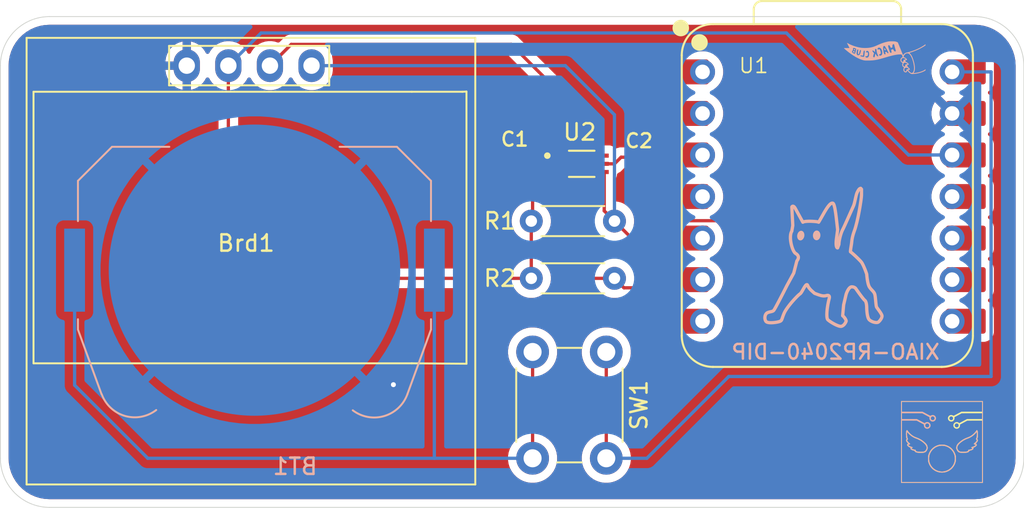
<source format=kicad_pcb>
(kicad_pcb (version 20241229) (generator "pcbnew") (generator_version "9.0")
  (title_block (title "LuminanceMeter PCB") (date "2025-08-02") (rev "V0.1") (company "GB114"))
  (layers (0 "F.Cu" signal) (2 "B.Cu" signal) (13 "F.Paste" user) (15 "B.Paste" user) (5 "F.SilkS" user "F.Silkscreen") (7 "B.SilkS" user "B.Silkscreen") (1 "F.Mask" user) (3 "B.Mask" user) (25 "Edge.Cuts" user))
  (net 0 "")
  (net 1 "GND")
  (net 2 "3V3")
  (net 10 "Battery")
  (net 11 "Net-(BT1-+)")
  (net 12 "Reset")
  (net 14 "SDA")
  (net 15 "SCL")
  (footprint "Hermes-footprints:128x64OLED" (layer "F.Cu") (at 89.5 72.6)
    (property "Reference" "Brd1" (at 0 0.254 0) (layer "F.SilkS"))
    (property "Value" "SSD1306")
    (pad "1" thru_hole oval (at -3.62 -10.6 90) (size 2 1.6) (drill 1) (layers "*.Cu" "*.Mask") (net 1 "GND"))
    (pad "2" thru_hole oval (at -1.08 -10.6 90) (size 2 1.6) (drill 1) (layers "*.Cu" "*.Mask") (net 2 "3V3"))
    (pad "3" thru_hole oval (at 1.46 -10.6 90) (size 2 1.6) (drill 1) (layers "*.Cu" "*.Mask") (net 15 "SCL"))
    (pad "4" thru_hole oval (at 4 -10.6 90) (size 2 1.6) (drill 1) (layers "*.Cu" "*.Mask") (net 14 "SDA"))
  )
  (footprint "Resistor_THT:R_Axial_DIN0204_L3.6mm_D1.6mm_P5.08mm_Horizontal" (layer "F.Cu") (at 112 75 180)
    (property "Reference" "R2" (at 7 0 0) (layer "F.SilkS"))
    (property "Value" "R")
    (pad "1" thru_hole circle (at 0 0 180) (size 1.4 1.4) (drill 0.7) (layers "*.Cu" "*.Mask") (net 15 "SCL"))
    (pad "2" thru_hole circle (at 5.08 0 180) (size 1.4 1.4) (drill 0.7) (layers "*.Cu" "*.Mask") (net 2 "3V3"))
  )
  (footprint "LOGO" (layer "F.Cu") (at 132 85)
    (property "Reference" "G***" (hide yes))
    (property "Value" "LOGO" (hide yes))
  )
  (footprint "Hermes-footprints:XDCR_BH1750FVI-TR" (layer "F.Cu") (at 110 68)
    (property "Reference" "U2" (at -0.125 -1.937485 0) (layer "F.SilkS") (effects (font (size 1.001283 1.001283))))
    (property "Value" "BH1750FVI-TR")
    (pad "1" smd rect (at -1.375 -0.5) (size 0.55 0.25) (layers "F.Cu" "F.Mask" "F.Paste") (net 2 "3V3"))
    (pad "2" smd rect (at -1.375 0) (size 0.55 0.25) (layers "F.Cu" "F.Mask" "F.Paste"))
    (pad "3" smd rect (at -1.375 0.5) (size 0.55 0.25) (layers "F.Cu" "F.Mask" "F.Paste") (net 1 "GND"))
    (pad "4" smd rect (at 1.375 0.5) (size 0.55 0.25) (layers "F.Cu" "F.Mask" "F.Paste") (net 14 "SDA"))
    (pad "5" smd rect (at 1.375 0) (size 0.55 0.25) (layers "F.Cu" "F.Mask" "F.Paste") (net 12 "Reset"))
    (pad "6" smd rect (at 1.375 -0.5) (size 0.55 0.25) (layers "F.Cu" "F.Mask" "F.Paste") (net 15 "SCL"))
  )
  (footprint "Resistor_THT:R_Axial_DIN0204_L3.6mm_D1.6mm_P5.08mm_Horizontal" (layer "F.Cu") (at 112 71.5 180)
    (property "Reference" "R1" (at 7 0 0) (layer "F.SilkS"))
    (property "Value" "R")
    (pad "1" thru_hole circle (at 0 0 180) (size 1.4 1.4) (drill 0.7) (layers "*.Cu" "*.Mask") (net 14 "SDA"))
    (pad "2" thru_hole circle (at 5.08 0 180) (size 1.4 1.4) (drill 0.7) (layers "*.Cu" "*.Mask") (net 2 "3V3"))
  )
  (footprint "Button_Switch_THT:SW_PUSH_6mm" (layer "F.Cu") (at 111.5 79.5 -90)
    (property "Reference" "SW1" (at 3.25 -2 90) (layer "F.SilkS"))
    (property "Value" "SW_Push")
    (pad "1" thru_hole circle (at 0 0) (size 2 2) (drill 1.1) (layers "*.Cu" "*.Mask") (net 10 "Battery"))
    (pad "1" thru_hole circle (at 6.5 0) (size 2 2) (drill 1.1) (layers "*.Cu" "*.Mask") (net 10 "Battery"))
    (pad "2" thru_hole circle (at 0 4.5) (size 2 2) (drill 1.1) (layers "*.Cu" "*.Mask") (net 11 "Net-(BT1-+)"))
    (pad "2" thru_hole circle (at 6.5 4.5) (size 2 2) (drill 1.1) (layers "*.Cu" "*.Mask") (net 11 "Net-(BT1-+)"))
  )
  (footprint "Hermes-footprints:XIAO-RP2040-DIP" (layer "F.Cu") (at 125 70)
    (property "Reference" "U1" (at -4.5 -8 0) (layer "F.SilkS") (effects (font (size 0.9 0.9) (thickness 0.1016))))
    (property "Value" "XIAO-RP2040-DIP")
    (pad "1" smd roundrect (at -8.455 -7.62 180) (size 2.432 1.524) (layers "F.Cu" "F.Mask") (roundrect_rratio 0.1))
    (pad "1" thru_hole circle (at -7.62 -7.62 180) (size 1.524 1.524) (drill 0.889) (layers "*.Cu" "*.Mask"))
    (pad "2" smd roundrect (at -8.455 -5.08 180) (size 2.432 1.524) (layers "F.Cu" "F.Mask") (roundrect_rratio 0.1))
    (pad "2" thru_hole circle (at -7.62 -5.08 180) (size 1.524 1.524) (drill 0.889) (layers "*.Cu" "*.Mask"))
    (pad "3" smd roundrect (at -8.455 -2.54 180) (size 2.432 1.524) (layers "F.Cu" "F.Mask") (roundrect_rratio 0.1))
    (pad "3" thru_hole circle (at -7.62 -2.54 180) (size 1.524 1.524) (drill 0.889) (layers "*.Cu" "*.Mask"))
    (pad "4" smd roundrect (at -8.455 0 180) (size 2.432 1.524) (layers "F.Cu" "F.Mask") (roundrect_rratio 0.1) (net 12 "Reset"))
    (pad "4" thru_hole circle (at -7.62 0 180) (size 1.524 1.524) (drill 0.889) (layers "*.Cu" "*.Mask") (net 12 "Reset"))
    (pad "5" smd roundrect (at -8.455 2.54 180) (size 2.432 1.524) (layers "F.Cu" "F.Mask") (roundrect_rratio 0.1) (net 14 "SDA"))
    (pad "5" thru_hole circle (at -7.62 2.54 180) (size 1.524 1.524) (drill 0.889) (layers "*.Cu" "*.Mask") (net 14 "SDA"))
    (pad "6" smd roundrect (at -8.455 5.08 180) (size 2.432 1.524) (layers "F.Cu" "F.Mask") (roundrect_rratio 0.1) (net 15 "SCL"))
    (pad "6" thru_hole circle (at -7.62 5.08 180) (size 1.524 1.524) (drill 0.889) (layers "*.Cu" "*.Mask") (net 15 "SCL"))
    (pad "7" smd roundrect (at -8.455 7.62 180) (size 2.432 1.524) (layers "F.Cu" "F.Mask") (roundrect_rratio 0.1))
    (pad "7" thru_hole circle (at -7.62 7.62 180) (size 1.524 1.524) (drill 0.889) (layers "*.Cu" "*.Mask"))
    (pad "8" thru_hole circle (at 7.62 7.62) (size 1.524 1.524) (drill 0.889) (layers "*.Cu" "*.Mask"))
    (pad "8" smd roundrect (at 8.455 7.62) (size 2.432 1.524) (layers "F.Cu" "F.Mask") (roundrect_rratio 0.1))
    (pad "9" thru_hole circle (at 7.62 5.08) (size 1.524 1.524) (drill 0.889) (layers "*.Cu" "*.Mask"))
    (pad "9" smd roundrect (at 8.455 5.08) (size 2.432 1.524) (layers "F.Cu" "F.Mask") (roundrect_rratio 0.1))
    (pad "10" thru_hole circle (at 7.62 2.54) (size 1.524 1.524) (drill 0.889) (layers "*.Cu" "*.Mask"))
    (pad "10" smd roundrect (at 8.455 2.54) (size 2.432 1.524) (layers "F.Cu" "F.Mask") (roundrect_rratio 0.1))
    (pad "11" thru_hole circle (at 7.62 0) (size 1.524 1.524) (drill 0.889) (layers "*.Cu" "*.Mask"))
    (pad "11" smd roundrect (at 8.455 0) (size 2.432 1.524) (layers "F.Cu" "F.Mask") (roundrect_rratio 0.1))
    (pad "12" thru_hole circle (at 7.62 -2.54) (size 1.524 1.524) (drill 0.889) (layers "*.Cu" "*.Mask") (net 2 "3V3"))
    (pad "12" smd roundrect (at 8.455 -2.54) (size 2.432 1.524) (layers "F.Cu" "F.Mask") (roundrect_rratio 0.1) (net 2 "3V3"))
    (pad "13" thru_hole circle (at 7.62 -5.08) (size 1.524 1.524) (drill 0.889) (layers "*.Cu" "*.Mask") (net 1 "GND"))
    (pad "13" smd roundrect (at 8.455 -5.08) (size 2.432 1.524) (layers "F.Cu" "F.Mask") (roundrect_rratio 0.1) (net 1 "GND"))
    (pad "14" thru_hole circle (at 7.62 -7.62) (size 1.524 1.524) (drill 0.889) (layers "*.Cu" "*.Mask") (net 10 "Battery"))
    (pad "14" smd roundrect (at 8.455 -7.62) (size 2.432 1.524) (layers "F.Cu" "F.Mask") (roundrect_rratio 0.1) (net 10 "Battery"))
  )
  (footprint "Hermes-footprints:CAPC1005X55N" (layer "F.Cu") (at 106 68 -90)
    (property "Reference" "C1" (at -1.5 0.095 180) (layer "F.SilkS") (effects (font (size 0.85 0.85))))
    (property "Value" "C")
    (pad "1" smd roundrect (at -0.405 0 270) (size 0.59 0.6) (layers "F.Cu" "F.Mask" "F.Paste") (roundrect_rratio 0.265) (net 2 "3V3"))
    (pad "2" smd roundrect (at 0.405 0 270) (size 0.59 0.6) (layers "F.Cu" "F.Mask" "F.Paste") (roundrect_rratio 0.265) (net 1 "GND"))
  )
  (footprint "Hermes-footprints:CAPC1005X55N" (layer "F.Cu") (at 113.5 68 -90)
    (property "Reference" "C2" (at -1.405 0 180) (layer "F.SilkS") (effects (font (size 0.85 0.85))))
    (property "Value" "C")
    (pad "1" smd roundrect (at -0.405 0 270) (size 0.59 0.6) (layers "F.Cu" "F.Mask" "F.Paste") (roundrect_rratio 0.265) (net 12 "Reset"))
    (pad "2" smd roundrect (at 0.405 0 270) (size 0.59 0.6) (layers "F.Cu" "F.Mask" "F.Paste") (roundrect_rratio 0.265) (net 1 "GND"))
  )
  (footprint "Battery:BatteryHolder_Keystone_3034_1x20mm" (layer "B.Cu") (at 90.015 74.5 180)
    (property "Reference" "BT1" (at -2.485 -12 0) (layer "B.SilkS") (effects (justify mirror)))
    (property "Value" "Battery_Cell")
    (pad "1" smd rect (at -10.985 0 180) (size 1.27 5.08) (layers "B.Cu" "B.Mask" "B.Paste") (net 11 "Net-(BT1-+)"))
    (pad "1" smd rect (at 10.985 0 180) (size 1.27 5.08) (layers "B.Cu" "B.Mask" "B.Paste") (net 11 "Net-(BT1-+)"))
    (pad "2" smd circle (at 0 0 180) (size 17.8 17.8) (layers "B.Cu" "B.Mask") (net 1 "GND"))
  )
  (footprint "LOGO" (layer "B.Cu") (at 128.5 61.5 180)
    (property "Reference" "G***" (hide yes))
    (property "Value" "LOGO" (hide yes))
  )
  (footprint "LOGO" (layer "B.Cu") (at 132 85 180)
    (property "Reference" "G***" (hide yes))
    (property "Value" "LOGO" (hide yes))
  )
  (gr_poly (pts (xy 127.02425 69.5) (xy 127.012002 69.50386) (xy 127.006027 69.506064) (xy 127.000132 69.508485) (xy 126.994303 69.511151) (xy 126.988527 69.514088) (xy 126.982788 69.517322) (xy 126.977072 69.520881) (xy 126.971367 69.52479) (xy 126.965656 69.529075) (xy 126.959926 69.533765) (xy 126.954164 69.538884) (xy 126.948354 69.544461) (xy 126.942483 69.55052) (xy 126.936536 69.557089) (xy 126.9305 69.564194) (xy 126.924359 69.571862) (xy 126.918101 69.580119) (xy 126.91171 69.588992) (xy 126.905173 69.598507) (xy 126.898475 69.608691) (xy 126.891602 69.61957) (xy 126.877276 69.643521) (xy 126.862081 69.670571) (xy 126.845903 69.700933) (xy 126.828629 69.734819) (xy 126.811266 69.773615) (xy 126.794812 69.818038) (xy 126.779143 69.867299) (xy 126.764136 69.920606) (xy 126.73561 70.036196) (xy 126.708241 70.158483) (xy 126.681038 70.281142) (xy 126.653009 70.397848) (xy 126.638374 70.451992) (xy 126.623162 70.502276) (xy 126.607246 70.547909) (xy 126.590505 70.5881) (xy 126.236541 71.377633) (xy 126.059281 71.77026) (xy 125.988243 71.921844) (xy 125.935661 72.026772) (xy 125.914785 72.068303) (xy 125.89395 72.115034) (xy 125.873336 72.166259) (xy 125.853123 72.221271) (xy 125.833492 72.279365) (xy 125.814622 72.339834) (xy 125.796693 72.401971) (xy 125.779887 72.465071) (xy 125.764383 72.528426) (xy 125.750362 72.59133) (xy 125.738003 72.653078) (xy 125.727487 72.712962) (xy 125.718995 72.770277) (xy 125.712705 72.824316) (xy 125.708799 72.874373) (xy 125.707458 72.91974) (xy 125.628083 73.138022) (xy 125.623339 73.138304) (xy 125.61843 73.13788) (xy 125.613389 73.136703) (xy 125.608251 73.134725) (xy 125.603046 73.1319) (xy 125.59781 73.12818) (xy 125.592574 73.123517) (xy 125.587372 73.117865) (xy 125.582237 73.111176) (xy 125.577202 73.103404) (xy 125.572299 73.0945) (xy 125.567563 73.084417) (xy 125.563026 73.073109) (xy 125.558721 73.060529) (xy 125.554681 73.046628) (xy 125.55094 73.031359) (xy 125.54753 73.014676) (xy 125.544485 72.996531) (xy 125.541836 72.976877) (xy 125.539619 72.955667) (xy 125.537865 72.932853) (xy 125.536608 72.908388) (xy 125.535881 72.882225) (xy 125.535716 72.854317) (xy 125.536147 72.824617) (xy 125.537208 72.793076) (xy 125.53893 72.759649) (xy 125.541348 72.724287) (xy 125.544493 72.686944) (xy 125.5484 72.647572) (xy 125.553101 72.606124) (xy 125.558629 72.562553) (xy 125.618411 72.108627) (xy 125.628083 72.026772) (xy 125.575082 71.559998) (xy 125.545215 71.298538) (xy 125.512374 71.041664) (xy 125.476013 70.806849) (xy 125.456342 70.703174) (xy 125.435587 70.611567) (xy 125.413678 70.534213) (xy 125.390547 70.473295) (xy 125.366127 70.430998) (xy 125.353411 70.417515) (xy 125.340348 70.409506) (xy 125.318554 70.403713) (xy 125.295988 70.402922) (xy 125.272692 70.406906) (xy 125.248707 70.415436) (xy 125.224075 70.428282) (xy 125.198838 70.445216) (xy 125.173038 70.466009) (xy 125.146717 70.490431) (xy 125.119916 70.518255) (xy 125.092677 70.549251) (xy 125.037053 70.619842) (xy 124.980179 70.700375) (xy 124.922389 70.789018) (xy 124.864018 70.883939) (xy 124.8054 70.983308) (xy 124.68876 71.188063) (xy 124.575143 71.388632) (xy 124.520304 71.482769) (xy 124.467223 71.570365) (xy 124.460534 71.56583) (xy 124.45173 71.561522) (xy 124.428388 71.553564) (xy 124.398419 71.54645) (xy 124.363044 71.540135) (xy 124.323482 71.534576) (xy 124.280956 71.529729) (xy 124.191891 71.521996) (xy 124.105618 71.51659) (xy 124.031901 71.51316) (xy 123.961208 71.510834) (xy 123.901056 71.510369) (xy 123.837727 71.511358) (xy 123.76277 71.514555) (xy 123.723403 71.517309) (xy 123.684093 71.521008) (xy 123.64583 71.525783) (xy 123.609601 71.531763) (xy 123.576396 71.539081) (xy 123.547202 71.547867) (xy 123.534418 71.552851) (xy 123.523008 71.558251) (xy 123.513094 71.564084) (xy 123.504801 71.570365) (xy 123.038474 70.717084) (xy 123.028155 70.699983) (xy 123.018039 70.684363) (xy 123.008129 70.670171) (xy 122.998429 70.657352) (xy 122.988945 70.645852) (xy 122.97968 70.635618) (xy 122.97064 70.626597) (xy 122.961827 70.618734) (xy 122.953247 70.611975) (xy 122.944903 70.606267) (xy 122.936801 70.601557) (xy 122.928945 70.597789) (xy 122.921339 70.594911) (xy 122.913987 70.592869) (xy 122.906893 70.591609) (xy 122.900063 70.591077) (xy 122.8935 70.591219) (xy 122.887209 70.591981) (xy 122.881194 70.593311) (xy 122.87546 70.595154) (xy 122.870011 70.597456) (xy 122.86485 70.600163) (xy 122.859984 70.603222) (xy 122.855415 70.606579) (xy 122.847189 70.613972) (xy 122.840206 70.621912) (xy 122.834503 70.629968) (xy 122.830114 70.637709) (xy 122.889645 71.768803) (xy 122.830114 72.116069) (xy 122.811 72.150183) (xy 122.794525 72.187254) (xy 122.780593 72.227038) (xy 122.76911 72.269296) (xy 122.759981 72.313784) (xy 122.753113 72.360262) (xy 122.745778 72.458218) (xy 122.74635 72.561233) (xy 122.754072 72.667372) (xy 122.76819 72.774703) (xy 122.787946 72.881293) (xy 122.812586 72.985209) (xy 122.841354 73.084517) (xy 122.873493 73.177285) (xy 122.908249 73.26158) (xy 122.944865 73.335468) (xy 122.982585 73.397017) (xy 123.020655 73.444294) (xy 123.039584 73.461976) (xy 123.058317 73.475365) (xy 123.084793 73.492132) (xy 123.108692 73.509051) (xy 123.130116 73.526093) (xy 123.149169 73.54323) (xy 123.165952 73.560431) (xy 123.180571 73.577667) (xy 123.193126 73.594909) (xy 123.203721 73.612127) (xy 123.21246 73.629292) (xy 123.219445 73.646374) (xy 123.224778 73.663344) (xy 123.228564 73.680173) (xy 123.230904 73.69683) (xy 123.231902 73.713288) (xy 123.231661 73.729515) (xy 123.230283 73.745483) (xy 123.227872 73.761163) (xy 123.22453 73.776524) (xy 123.220361 73.791538) (xy 123.215468 73.806175) (xy 123.203918 73.8342) (xy 123.190705 73.860363) (xy 123.176653 73.88443) (xy 123.162584 73.906164) (xy 123.137692 73.941693) (xy 122.949176 74.675912) (xy 122.532458 75.439896) (xy 122.318985 75.860429) (xy 122.072333 76.338074) (xy 121.854826 76.746142) (xy 121.776477 76.884494) (xy 121.728786 76.957943) (xy 121.721058 76.966525) (xy 121.712769 76.974442) (xy 121.703944 76.981735) (xy 121.694602 76.988449) (xy 121.684766 76.994627) (xy 121.674458 77.000311) (xy 121.663699 77.005546) (xy 121.652512 77.010374) (xy 121.628937 77.018983) (xy 121.60391 77.026485) (xy 121.577603 77.033226) (xy 121.550192 77.039551) (xy 121.492754 77.052337) (xy 121.463075 77.05949) (xy 121.43299 77.067611) (xy 121.402672 77.077046) (xy 121.372296 77.088141) (xy 121.357141 77.094419) (xy 121.342036 77.101241) (xy 121.327004 77.108652) (xy 121.312067 77.116693) (xy 121.297659 77.128311) (xy 121.284191 77.1408) (xy 121.27165 77.154104) (xy 121.260024 77.168163) (xy 121.249299 77.18292) (xy 121.239461 77.198316) (xy 121.230499 77.214294) (xy 121.222398 77.230795) (xy 121.215147 77.247761) (xy 121.208731 77.265134) (xy 121.203137 77.282856) (xy 121.198353 77.300868) (xy 121.194366 77.319113) (xy 121.191162 77.337533) (xy 121.187052 77.374662) (xy 121.185918 77.411792) (xy 121.187656 77.448456) (xy 121.192162 77.48419) (xy 121.19933 77.518529) (xy 121.209056 77.551008) (xy 121.214846 77.566404) (xy 121.221236 77.581161) (xy 121.228213 77.59522) (xy 121.235764 77.608524) (xy 121.243876 77.621013) (xy 121.252536 77.632631) (xy 121.265008 77.645894) (xy 121.279993 77.657811) (xy 121.297329 77.668431) (xy 121.316854 77.677802) (xy 121.338406 77.685975) (xy 121.361824 77.692998) (xy 121.413612 77.703789) (xy 121.470921 77.710569) (xy 121.532461 77.71373) (xy 121.596936 77.713665) (xy 121.663054 77.710765) (xy 121.72952 77.705424) (xy 121.795042 77.698034) (xy 121.858325 77.688986) (xy 121.918077 77.678674) (xy 121.973003 77.66749) (xy 122.021811 77.655827) (xy 122.063206 77.644076) (xy 122.095895 77.632631) (xy 122.109307 77.626983) (xy 122.121686 77.621171) (xy 122.133101 77.615144) (xy 122.143625 77.608853) (xy 122.153327 77.60225) (xy 122.162279 77.595286) (xy 122.170552 77.587911) (xy 122.178216 77.580076) (xy 122.185342 77.571733) (xy 122.192001 77.562831) (xy 122.198265 77.553323) (xy 122.204203 77.54316) (xy 122.209886 77.532291) (xy 122.215387 77.520668) (xy 122.220774 77.508243) (xy 122.22612 77.494965) (xy 122.23697 77.465657) (xy 122.248502 77.432353) (xy 122.275884 77.352183) (xy 122.292867 77.304533) (xy 122.312801 77.251317) (xy 122.324051 77.222499) (xy 122.336251 77.192142) (xy 122.349473 77.160197) (xy 122.363786 77.126615) (xy 122.399014 77.054057) (xy 122.444227 76.974958) (xy 122.498015 76.890685) (xy 122.558968 76.802604) (xy 122.625677 76.712082) (xy 122.696731 76.620484) (xy 122.770721 76.529176) (xy 122.846237 76.439526) (xy 122.996209 76.27066) (xy 123.135367 76.124816) (xy 123.197366 76.063943) (xy 123.252433 76.012924) (xy 123.299158 75.973125) (xy 123.33613 75.945912) (xy 123.349117 75.936036) (xy 123.362625 75.923044) (xy 123.391033 75.888802) (xy 123.42102 75.845374) (xy 123.452252 75.794947) (xy 123.582941 75.566981) (xy 123.615383 75.51436) (xy 123.647064 75.467861) (xy 123.67765 75.429671) (xy 123.692428 75.414375) (xy 123.706807 75.401977) (xy 123.720745 75.392749) (xy 123.7342 75.386966) (xy 123.747131 75.384899) (xy 123.759496 75.386824) (xy 123.771253 75.393012) (xy 123.78236 75.403738) (xy 123.792775 75.419275) (xy 123.802458 75.439896) (xy 123.810623 75.459265) (xy 123.819462 75.47829) (xy 123.839013 75.515327) (xy 123.860825 75.551053) (xy 123.884609 75.585511) (xy 123.910078 75.618745) (xy 123.936944 75.650799) (xy 123.964919 75.681718) (xy 123.993717 75.711545) (xy 124.023049 75.740325) (xy 124.052627 75.7681) (xy 124.111375 75.820818) (xy 124.167658 75.870049) (xy 124.219177 75.916146) (xy 124.416746 75.988638) (xy 124.508694 76.020443) (xy 124.553325 76.034359) (xy 124.5972 76.046619) (xy 124.640424 76.056972) (xy 124.683102 76.065169) (xy 124.725337 76.070958) (xy 124.767236 76.074091) (xy 124.808902 76.074316) (xy 124.85044 76.071385) (xy 124.891955 76.065048) (xy 124.933551 76.055053) (xy 124.953683 76.049772) (xy 124.972437 76.045797) (xy 124.989856 76.043069) (xy 125.005985 76.04153) (xy 125.020868 76.041121) (xy 125.034547 76.041784) (xy 125.047068 76.04346) (xy 125.058475 76.046091) (xy 125.068811 76.049618) (xy 125.07812 76.053983) (xy 125.086446 76.059127) (xy 125.093834 76.064992) (xy 125.100327 76.071519) (xy 125.105969 76.07865) (xy 125.110804 76.086327) (xy 125.114876 76.09449) (xy 125.118229 76.103081) (xy 125.120908 76.112042) (xy 125.122955 76.121315) (xy 125.124415 76.13084) (xy 125.125332 76.140559) (xy 125.12575 76.150415) (xy 125.125264 76.170299) (xy 125.123308 76.190024) (xy 125.120236 76.209123) (xy 125.116398 76.227127) (xy 125.112145 76.243569) (xy 125.089692 76.3276) (xy 125.06839 76.417552) (xy 125.030256 76.60975) (xy 124.999765 76.809234) (xy 124.988019 76.908293) (xy 124.978941 77.005075) (xy 124.972787 77.098213) (xy 124.969807 77.186342) (xy 124.970256 77.268095) (xy 124.974385 77.342107) (xy 124.982449 77.407011) (xy 124.994699 77.46144) (xy 125.011388 77.504029) (xy 125.021477 77.520457) (xy 125.03277 77.533412) (xy 125.066547 77.56294) (xy 125.107649 77.59523) (xy 125.15503 77.629555) (xy 125.207643 77.665187) (xy 125.264442 77.701401) (xy 125.32438 77.73747) (xy 125.386411 77.772666) (xy 125.449489 77.806264) (xy 125.512566 77.837536) (xy 125.574597 77.865756) (xy 125.634536 77.890198) (xy 125.691335 77.910133) (xy 125.743948 77.924837) (xy 125.791328 77.933581) (xy 125.81273 77.935492) (xy 125.832431 77.93564) (xy 125.8503 77.933936) (xy 125.866208 77.930287) (xy 125.880859 77.925322) (xy 125.895053 77.91975) (xy 125.908796 77.913604) (xy 125.922096 77.906916) (xy 125.93496 77.89972) (xy 125.947395 77.892048) (xy 125.959408 77.883933) (xy 125.971007 77.875407) (xy 125.9822 77.866503) (xy 125.992993 77.857254) (xy 126.013408 77.837851) (xy 126.032312 77.81746) (xy 126.049762 77.796342) (xy 126.065818 77.774759) (xy 126.080536 77.752972) (xy 126.093975 77.731244) (xy 126.106193 77.709835) (xy 126.117249 77.689008) (xy 126.127199 77.669024) (xy 126.14402 77.632631) (xy 126.146488 77.625556) (xy 126.147966 77.617758) (xy 126.148495 77.609284) (xy 126.148117 77.600183) (xy 126.146871 77.590503) (xy 126.1448 77.580292) (xy 126.141944 77.569596) (xy 126.138345 77.558466) (xy 126.12908 77.53509) (xy 126.117334 77.510547) (xy 126.103435 77.485221) (xy 126.087711 77.459497) (xy 126.070491 77.433756) (xy 126.052104 77.408384) (xy 126.032878 77.383763) (xy 126.013142 77.360278) (xy 125.993223 77.338312) (xy 125.973451 77.318249) (xy 125.954154 77.300472) (xy 125.935661 77.285365) (xy 125.995192 76.620599) (xy 126.14402 75.985599) (xy 126.153718 75.954747) (xy 126.165397 75.920935) (xy 126.178975 75.884845) (xy 126.194371 75.847161) (xy 126.211503 75.808566) (xy 126.230291 75.769744) (xy 126.250652 75.731376) (xy 126.272506 75.694147) (xy 126.29577 75.658739) (xy 126.320364 75.625836) (xy 126.346206 75.596121) (xy 126.35957 75.582673) (xy 126.373214 75.570277) (xy 126.387131 75.55902) (xy 126.401308 75.548987) (xy 126.415736 75.540263) (xy 126.430405 75.532934) (xy 126.445305 75.527085) (xy 126.460425 75.522801) (xy 126.475755 75.520168) (xy 126.491286 75.519272) (xy 126.506663 75.519539) (xy 126.521545 75.520323) (xy 126.535936 75.521599) (xy 126.54984 75.523341) (xy 126.576205 75.528123) (xy 126.600674 75.534465) (xy 126.623284 75.542164) (xy 126.644067 75.551016) (xy 126.66306 75.560817) (xy 126.680297 75.571364) (xy 126.695814 75.582454) (xy 126.709645 75.593882) (xy 126.721824 75.605446) (xy 126.732387 75.616943) (xy 126.741369 75.628167) (xy 126.748805 75.638917) (xy 126.754729 75.648988) (xy 126.759176 75.658178) (xy 126.893121 75.846786) (xy 126.971721 75.954846) (xy 127.051871 76.062742) (xy 127.128921 76.163476) (xy 127.198219 76.250049) (xy 127.255115 76.31546) (xy 127.277459 76.338042) (xy 127.294958 76.352709) (xy 127.302245 76.358446) (xy 127.309227 76.365199) (xy 127.315911 76.372912) (xy 127.322301 76.381529) (xy 127.328402 76.390992) (xy 127.334221 76.401246) (xy 127.345032 76.423898) (xy 127.354777 76.449029) (xy 127.3635 76.476188) (xy 127.371244 76.50492) (xy 127.378053 76.534773) (xy 127.383971 76.565292) (xy 127.389041 76.596025) (xy 127.393306 76.626517) (xy 127.396812 76.656316) (xy 127.401714 76.712019) (xy 127.404098 76.759506) (xy 127.40571 76.847698) (xy 127.411044 76.951587) (xy 127.420841 77.064545) (xy 127.427647 77.122354) (xy 127.435848 77.179945) (xy 127.445537 77.23649) (xy 127.456808 77.29116) (xy 127.469753 77.343126) (xy 127.484465 77.39156) (xy 127.501038 77.435635) (xy 127.519564 77.47452) (xy 127.540136 77.507389) (xy 127.551219 77.521308) (xy 127.562848 77.533412) (xy 127.578099 77.547074) (xy 127.594045 77.560155) (xy 127.627786 77.584572) (xy 127.663591 77.606664) (xy 127.700979 77.62643) (xy 127.739473 77.643871) (xy 127.778591 77.658986) (xy 127.817854 77.671776) (xy 127.856784 77.68224) (xy 127.894899 77.690379) (xy 127.931721 77.696193) (xy 127.96677 77.699681) (xy 127.999566 77.700844) (xy 128.029629 77.699681) (xy 128.056481 77.696193) (xy 128.079641 77.690379) (xy 128.089686 77.686601) (xy 128.098629 77.68224) (xy 128.107225 77.677103) (xy 128.116237 77.671025) (xy 128.135313 77.656234) (xy 128.155464 77.638246) (xy 128.176299 77.617438) (xy 128.197424 77.594188) (xy 128.218448 77.568875) (xy 128.238977 77.541876) (xy 128.258619 77.513568) (xy 128.276983 77.484331) (xy 128.293675 77.454541) (xy 128.308304 77.424577) (xy 128.314722 77.409647) (xy 128.320476 77.394816) (xy 128.325518 77.38013) (xy 128.3298 77.365636) (xy 128.333271 77.351383) (xy 128.335882 77.337416) (xy 128.337585 77.323784) (xy 128.338331 77.310533) (xy 128.33807 77.297711) (xy 128.336754 77.285365) (xy 128.33421 77.272762) (xy 128.330352 77.259184) (xy 128.319023 77.229399) (xy 128.30342 77.196591) (xy 128.284199 77.161342) (xy 128.262013 77.124232) (xy 128.237516 77.085842) (xy 128.184205 77.007553) (xy 128.078631 76.861205) (xy 128.036831 76.802449) (xy 128.020967 76.77871) (xy 128.009333 76.759506) (xy 128.000476 76.73817) (xy 127.992434 76.708346) (xy 127.98509 76.671081) (xy 127.978327 76.627421) (xy 127.966079 76.525102) (xy 127.954762 76.40976) (xy 127.943445 76.289767) (xy 127.931198 76.173495) (xy 127.91709 76.069315) (xy 127.909048 76.024376) (xy 127.900192 75.985599) (xy 127.895197 75.968239) (xy 127.889536 75.951476) (xy 127.883239 75.935269) (xy 127.876337 75.919576) (xy 127.868861 75.904356) (xy 127.860841 75.889566) (xy 127.852309 75.875165) (xy 127.843296 75.861111) (xy 127.823949 75.833877) (xy 127.803047 75.807529) (xy 127.780836 75.781734) (xy 127.757565 75.756156) (xy 127.708828 75.704319) (xy 127.683856 75.677389) (xy 127.658811 75.649341) (xy 127.633941 75.61984) (xy 127.609493 75.58855) (xy 127.585713 75.555139) (xy 127.57415 75.537533) (xy 127.562848 75.519272) (xy 127.545514 75.486526) (xy 127.529222 75.448307) (xy 127.513962 75.40534) (xy 127.49972 75.358352) (xy 127.486487 75.30807) (xy 127.474249 75.25522) (xy 127.462996 75.200528) (xy 127.452716 75.144723) (xy 127.435027 75.032676) (xy 127.42109 74.924892) (xy 127.410811 74.827184) (xy 127.404098 74.745365) (xy 127.3685 74.63979) (xy 127.329529 74.533285) (xy 127.288466 74.42864) (xy 127.246588 74.328647) (xy 127.205176 74.236094) (xy 127.165508 74.153774) (xy 127.128863 74.084475) (xy 127.09652 74.03099) (xy 127.080547 74.009574) (xy 127.057011 73.98161) (xy 127.026766 73.947942) (xy 126.990666 73.909416) (xy 126.904322 73.821178) (xy 126.804817 73.72366) (xy 126.698986 73.623632) (xy 126.593667 73.527858) (xy 126.495696 73.443108) (xy 126.451603 73.406981) (xy 126.411911 73.376147) (xy 126.411538 73.350684) (xy 126.412771 73.321671) (xy 126.41542 73.28948) (xy 126.41929 73.254483) (xy 126.429933 73.177557) (xy 126.443165 73.093872) (xy 126.471256 72.918129) (xy 126.483046 72.832025) (xy 126.487705 72.790717) (xy 126.491286 72.751068) (xy 126.494919 72.711783) (xy 126.499797 72.671469) (xy 126.512866 72.58866) (xy 126.529656 72.504456) (xy 126.549329 72.42067) (xy 126.571048 72.339117) (xy 126.593977 72.26161) (xy 126.617278 72.189963) (xy 126.640114 72.12599) (xy 126.683144 72.002185) (xy 126.72553 71.863317) (xy 126.807197 71.551576) (xy 126.882759 71.213139) (xy 126.949862 70.870377) (xy 127.006153 70.545661) (xy 127.049275 70.26136) (xy 127.076875 70.039847) (xy 127.086598 69.903491) (xy 127.086598 69.556225) (xy 127.036989 69.496694)) (stroke (width 0.2)) (fill no) (layer "B.SilkS"))
  (gr_poly (pts (xy 124.340358 72.077103) (xy 124.328854 72.078395) (xy 124.317495 72.080421) (xy 124.306295 72.083162) (xy 124.295271 72.086601) (xy 124.284437 72.09072) (xy 124.273809 72.0955) (xy 124.263403 72.100923) (xy 124.253233 72.106973) (xy 124.243314 72.11363) (xy 124.233663 72.120877) (xy 124.224294 72.128696) (xy 124.215222 72.137069) (xy 124.206464 72.145978) (xy 124.198033 72.155406) (xy 124.189947 72.165334) (xy 124.182219 72.175744) (xy 124.174865 72.186618) (xy 124.1679 72.19794) (xy 124.161341 72.209689) (xy 124.155201 72.221849) (xy 124.149497 72.234402) (xy 124.144243 72.24733) (xy 124.139455 72.260615) (xy 124.135148 72.274239) (xy 124.131338 72.288183) (xy 124.12804 72.302431) (xy 124.125269 72.316964) (xy 124.12304 72.331764) (xy 124.121369 72.346814) (xy 124.12027 72.362094) (xy 124.119854 72.392548) (xy 124.121761 72.422243) (xy 124.125884 72.451024) (xy 124.132116 72.478735) (xy 124.14035 72.505222) (xy 124.150481 72.530328) (xy 124.1624 72.553899) (xy 124.176003 72.575779) (xy 124.191181 72.595812) (xy 124.199327 72.605087) (xy 124.207828 72.613843) (xy 124.216669 72.622059) (xy 124.225837 72.629717) (xy 124.235319 72.636796) (xy 124.245102 72.643278) (xy 124.255172 72.649142) (xy 124.265516 72.65437) (xy 124.27612 72.658943) (xy 124.286971 72.66284) (xy 124.298057 72.666042) (xy 124.309363 72.66853) (xy 124.320876 72.670284) (xy 124.332583 72.671286) (xy 124.34433 72.671514) (xy 124.355964 72.670972) (xy 124.367468 72.66968) (xy 124.378827 72.667654) (xy 124.390027 72.664912) (xy 124.401051 72.661474) (xy 124.411884 72.657355) (xy 124.422512 72.652575) (xy 124.432919 72.647152) (xy 124.443089 72.641102) (xy 124.453008 72.634445) (xy 124.462659 72.627198) (xy 124.472028 72.619379) (xy 124.481099 72.611006) (xy 124.489858 72.602096) (xy 124.498288 72.592669) (xy 124.506375 72.582741) (xy 124.514103 72.572331) (xy 124.521457 72.561456) (xy 124.528421 72.550135) (xy 124.534981 72.538386) (xy 124.541121 72.526225) (xy 124.546825 72.513672) (xy 124.552079 72.500745) (xy 124.556867 72.48746) (xy 124.561173 72.473836) (xy 124.564983 72.459892) (xy 124.568282 72.445644) (xy 124.571053 72.431111) (xy 124.573282 72.416311) (xy 124.574953 72.401262) (xy 124.576051 72.385981) (xy 124.576467 72.355527) (xy 124.574561 72.325832) (xy 124.570438 72.297051) (xy 124.564206 72.26934) (xy 124.555971 72.242853) (xy 124.545841 72.217747) (xy 124.533921 72.194176) (xy 124.520319 72.172296) (xy 124.505141 72.152263) (xy 124.496994 72.142988) (xy 124.488494 72.134232) (xy 124.479653 72.126016) (xy 124.470485 72.118358) (xy 124.461003 72.111279) (xy 124.45122 72.104797) (xy 124.44115 72.098933) (xy 124.430806 72.093704) (xy 124.420202 72.089132) (xy 124.40935 72.085235) (xy 124.398265 72.082033) (xy 124.386959 72.079545) (xy 124.375446 72.077791) (xy 124.363739 72.076789) (xy 124.351991 72.076561)) (fill yes) (layer "B.SilkS"))
  (gr_poly (pts (xy 123.384361 72.092753) (xy 123.373384 72.094193) (xy 123.362487 72.096344) (xy 123.351686 72.099191) (xy 123.340999 72.102719) (xy 123.330441 72.10691) (xy 123.320031 72.111749) (xy 123.309784 72.11722) (xy 123.299718 72.123307) (xy 123.289849 72.129994) (xy 123.280194 72.137264) (xy 123.27077 72.145102) (xy 123.261593 72.153492) (xy 123.25268 72.162417) (xy 123.244048 72.171862) (xy 123.235714 72.18181) (xy 123.227694 72.192246) (xy 123.220005 72.203154) (xy 123.212665 72.214517) (xy 123.205689 72.226319) (xy 123.199094 72.238545) (xy 123.192898 72.251178) (xy 123.187117 72.264202) (xy 123.181767 72.277602) (xy 123.176866 72.29136) (xy 123.172431 72.305462) (xy 123.168477 72.319891) (xy 123.165022 72.334632) (xy 123.162082 72.349667) (xy 123.157908 72.379834) (xy 123.156033 72.409514) (xy 123.156377 72.43854) (xy 123.158856 72.466747) (xy 123.16339 72.493967) (xy 123.169896 72.520035) (xy 123.178292 72.544783) (xy 123.188496 72.568046) (xy 123.200425 72.589657) (xy 123.213998 72.60945) (xy 123.221376 72.618613) (xy 123.229133 72.627258) (xy 123.237261 72.635366) (xy 123.245748 72.642915) (xy 123.254584 72.649885) (xy 123.26376 72.656255) (xy 123.273264 72.662004) (xy 123.283087 72.667111) (xy 123.293218 72.671555) (xy 123.303648 72.675316) (xy 123.314365 72.678373) (xy 123.32536 72.680705) (xy 123.336489 72.682274) (xy 123.347606 72.683067) (xy 123.358692 72.6831) (xy 123.369733 72.682389) (xy 123.38071 72.680949) (xy 123.391608 72.678798) (xy 123.402408 72.675951) (xy 123.413096 72.672423) (xy 123.423653 72.668232) (xy 123.434063 72.663393) (xy 123.44431 72.657922) (xy 123.454376 72.651835) (xy 123.464245 72.645148) (xy 123.473901 72.637878) (xy 123.483325 72.63004) (xy 123.492502 72.62165) (xy 123.501415 72.612725) (xy 123.510047 72.60328) (xy 123.518381 72.593332) (xy 123.526401 72.582896) (xy 123.534089 72.571988) (xy 123.54143 72.560625) (xy 123.548406 72.548823) (xy 123.555 72.536597) (xy 123.561197 72.523964) (xy 123.566978 72.51094) (xy 123.572327 72.49754) (xy 123.577228 72.483782) (xy 123.581664 72.46968) (xy 123.585618 72.45525) (xy 123.589073 72.44051) (xy 123.592013 72.425475) (xy 123.596187 72.395308) (xy 123.598062 72.365628) (xy 123.597718 72.336602) (xy 123.595238 72.308395) (xy 123.590704 72.281175) (xy 123.584199 72.255108) (xy 123.575803 72.230359) (xy 123.565599 72.207096) (xy 123.553669 72.185485) (xy 123.540096 72.165692) (xy 123.532719 72.15653) (xy 123.524961 72.147884) (xy 123.516834 72.139776) (xy 123.508347 72.132227) (xy 123.49951 72.125257) (xy 123.490335 72.118887) (xy 123.48083 72.113138) (xy 123.471007 72.108031) (xy 123.460876 72.103587) (xy 123.450446 72.099826) (xy 123.439729 72.096769) (xy 123.428734 72.094437) (xy 123.417605 72.092868) (xy 123.406489 72.092075) (xy 123.395402 72.092042)) (fill yes) (layer "B.SilkS"))
  (gr_arc (start 74.5 62) (mid 75.37868 59.87868) (end 77.5 59) (stroke (width 0.05)) (layer "Edge.Cuts"))
  (gr_line (start 134 89) (end 77.5 89) (stroke (width 0.05)) (layer "Edge.Cuts"))
  (gr_line (start 77.5 59) (end 134 59) (stroke (width 0.05)) (layer "Edge.Cuts"))
  (gr_arc (start 77.5 89) (mid 75.37868 88.12132) (end 74.5 86) (stroke (width 0.05)) (layer "Edge.Cuts"))
  (gr_arc (start 137 86) (mid 136.12132 88.12132) (end 134 89) (stroke (width 0.05)) (layer "Edge.Cuts"))
  (gr_line (start 137 62) (end 137 86) (stroke (width 0.05)) (layer "Edge.Cuts"))
  (gr_line (start 74.5 86) (end 74.5 62) (stroke (width 0.05)) (layer "Edge.Cuts"))
  (gr_arc (start 134 59) (mid 136.12132 59.87868) (end 137 62) (stroke (width 0.05)) (layer "Edge.Cuts"))
  (gr_text "XIAO-RP2040-DIP" (at 125.5 79.5 0) (layer "B.SilkS") (effects (font (size 0.9 0.9) (thickness 0.15) (bold yes)) (justify mirror)))
  (segment (start 85.88 60.844508) (end 85.879454 60.843962) (width 0.2) (layer "F.Cu") (net 1))
  (segment (start 113.5 69.687626) (end 115.289374 71.477) (width 0.2) (layer "F.Cu") (net 1))
  (segment (start 126.063 71.477) (end 132.62 64.92) (width 0.2) (layer "F.Cu") (net 1))
  (segment (start 113.5 68.405) (end 113.5 69.687626) (width 0.2) (layer "F.Cu") (net 1))
  (segment (start 115.289374 71.477) (end 126.063 71.477) (width 0.2) (layer "F.Cu") (net 1))
  (segment (start 98.5 81.5) (end 99.5 81.5) (width 0.2) (layer "F.Cu") (net 1))
  (segment (start 99.5 81.5) (end 103.5 77.5) (width 0.2) (layer "F.Cu") (net 1))
  (segment (start 85.88 60.844508) (end 85.88 62) (width 0.2) (layer "F.Cu") (net 1))
  (segment (start 108.625 76.375) (end 108.625 68.5) (width 0.2) (layer "F.Cu") (net 1))
  (segment (start 103.5 77.5) (end 107.5 77.5) (width 0.2) (layer "F.Cu") (net 1))
  (segment (start 107.5 77.5) (end 108.625 76.375) (width 0.2) (layer "F.Cu") (net 1))
  (via (at 98.5 81.5) (size 0.6) (drill 0.3) (layers "F.Cu" "B.Cu") (net 1))
  (segment (start 97.015 81.5) (end 90.015 74.5) (width 0.2) (layer "B.Cu") (net 1))
  (segment (start 98.5 81.5) (end 97.015 81.5) (width 0.2) (layer "B.Cu") (net 1))
  (segment (start 88.42 65.92) (end 97.5 75) (width 0.2) (layer "F.Cu") (net 2))
  (segment (start 106.92 71.5) (end 107 71.42) (width 0.2) (layer "F.Cu") (net 2))
  (segment (start 106 67.595) (end 106.095 67.5) (width 0.2) (layer "F.Cu") (net 2))
  (segment (start 107 71.42) (end 107 67.5) (width 0.2) (layer "F.Cu") (net 2))
  (segment (start 88.42 62) (end 88.42 65.92) (width 0.2) (layer "F.Cu") (net 2))
  (segment (start 106.92 75) (end 106.92 71.5) (width 0.2) (layer "F.Cu") (net 2))
  (segment (start 106.095 67.5) (end 108.625 67.5) (width 0.2) (layer "F.Cu") (net 2))
  (segment (start 97.5 75) (end 106.92 75) (width 0.2) (layer "F.Cu") (net 2))
  (segment (start 122.5 60) (end 129.96 67.46) (width 0.2) (layer "B.Cu") (net 2))
  (segment (start 90.42 60) (end 122.5 60) (width 0.2) (layer "B.Cu") (net 2))
  (segment (start 88.42 62) (end 90.42 60) (width 0.2) (layer "B.Cu") (net 2))
  (segment (start 129.96 67.46) (end 132.62 67.46) (width 0.2) (layer "B.Cu") (net 2))
  (segment (start 111.5 86) (end 111.5 79.5) (width 0.2) (layer "F.Cu") (net 10))
  (segment (start 118.978429 81) (end 135 81) (width 0.2) (layer "B.Cu") (net 10))
  (segment (start 135 62.38) (end 132.62 62.38) (width 0.2) (layer "B.Cu") (net 10))
  (segment (start 111.5 86) (end 113.978429 86) (width 0.2) (layer "B.Cu") (net 10))
  (segment (start 113.978429 86) (end 118.978429 81) (width 0.2) (layer "B.Cu") (net 10))
  (segment (start 135 81) (end 135 62.38) (width 0.2) (layer "B.Cu") (net 10))
  (segment (start 107 86) (end 107 79.5) (width 0.2) (layer "F.Cu") (net 11))
  (segment (start 101 86) (end 101 74.5) (width 0.2) (layer "B.Cu") (net 11))
  (segment (start 99 86) (end 101 86) (width 0.2) (layer "B.Cu") (net 11))
  (segment (start 99 86) (end 83.5 86) (width 0.2) (layer "B.Cu") (net 11))
  (segment (start 79.03 81.53) (end 79.03 74.5) (width 0.2) (layer "B.Cu") (net 11))
  (segment (start 83.5 86) (end 79.03 81.53) (width 0.2) (layer "B.Cu") (net 11))
  (segment (start 101 86) (end 107 86) (width 0.2) (layer "B.Cu") (net 11))
  (segment (start 115 70.5) (end 116.045 70.5) (width 0.2) (layer "F.Cu") (net 12))
  (segment (start 116.045 70.5) (end 116.545 70) (width 0.2) (layer "F.Cu") (net 12))
  (segment (start 113.5 67.595) (end 114.095 67.595) (width 0.2) (layer "F.Cu") (net 12))
  (segment (start 112 68) (end 112.405 67.595) (width 0.2) (layer "F.Cu") (net 12))
  (segment (start 115 68.5) (end 115 70.5) (width 0.2) (layer "F.Cu") (net 12))
  (segment (start 114.095 67.595) (end 115 68.5) (width 0.2) (layer "F.Cu") (net 12))
  (segment (start 111.375 68) (end 112 68) (width 0.2) (layer "F.Cu") (net 12))
  (segment (start 112.405 67.595) (end 113.5 67.595) (width 0.2) (layer "F.Cu") (net 12))
  (segment (start 112 71.5) (end 113.5 73) (width 0.2) (layer "F.Cu") (net 14))
  (segment (start 111.375 70.875) (end 112 71.5) (width 0.2) (layer "F.Cu") (net 14))
  (segment (start 113.5 73) (end 116.92 73) (width 0.2) (layer "F.Cu") (net 14))
  (segment (start 111.375 68.5) (end 111.375 70.875) (width 0.2) (layer "F.Cu") (net 14))
  (segment (start 116.92 73) (end 117.38 72.54) (width 0.2) (layer "F.Cu") (net 14))
  (segment (start 112 65) (end 112 71.5) (width 0.2) (layer "B.Cu") (net 14))
  (segment (start 93.5 62) (end 109 62) (width 0.2) (layer "B.Cu") (net 14))
  (segment (start 109 62) (end 112 65) (width 0.2) (layer "B.Cu") (net 14))
  (segment (start 112.58 75.58) (end 116.88 75.58) (width 0.2) (layer "F.Cu") (net 15))
  (segment (start 110 75) (end 112 75) (width 0.2) (layer "F.Cu") (net 15))
  (segment (start 92.261 60.699) (end 105.699 60.699) (width 0.2) (layer "F.Cu") (net 15))
  (segment (start 105.699 60.699) (end 110 65) (width 0.2) (layer "F.Cu") (net 15))
  (segment (start 110 67.5) (end 110 75) (width 0.2) (layer "F.Cu") (net 15))
  (segment (start 116.88 75.58) (end 117.38 75.08) (width 0.2) (layer "F.Cu") (net 15))
  (segment (start 110 67.5) (end 111.375 67.5) (width 0.2) (layer "F.Cu") (net 15))
  (segment (start 112 75) (end 112.58 75.58) (width 0.2) (layer "F.Cu") (net 15))
  (segment (start 90.96 62) (end 92.261 60.699) (width 0.2) (layer "F.Cu") (net 15))
  (segment (start 110 65) (end 110 67.5) (width 0.2) (layer "F.Cu") (net 15))
  (zone (net 1) (net_name "GND") (layers "F.Cu" "B.Cu") (connect_pads (clearance 0.5)) (min_thickness 0.25) (fill yes (thermal_gap 0.5) (thermal_bridge_width 0.5) (smoothing fillet) (radius 3))
    (polygon (pts (xy 137 89) (xy 137 59) (xy 74.5 59) (xy 74.5 89)))
  )
)
</source>
